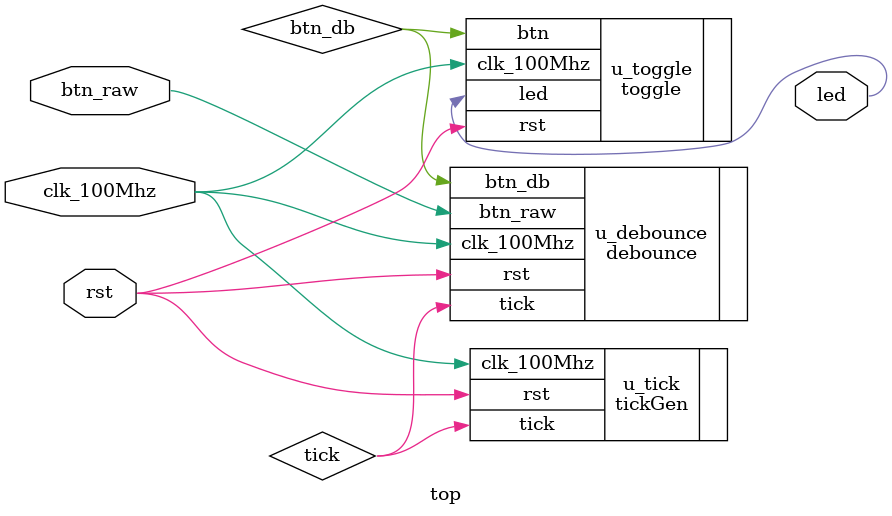
<source format=v>
module top(
    input clk_100Mhz, rst,

    input btn_raw,
    output led
    );

    wire tick;
    wire btn_db;

    tickGen #(
        .CLK_FREQ(100_000_000),
        .TICK_FREQ(1000)
    ) u_tick (.clk_100Mhz(clk_100Mhz), .rst(rst), .tick(tick));
    
    debounce u_debounce (.clk_100Mhz(clk_100Mhz), .rst(rst), .tick(tick), .btn_raw(btn_raw), .btn_db(btn_db));

    toggle u_toggle (.clk_100Mhz(clk_100Mhz), .rst(rst), .btn(btn_db), .led(led));

endmodule

</source>
